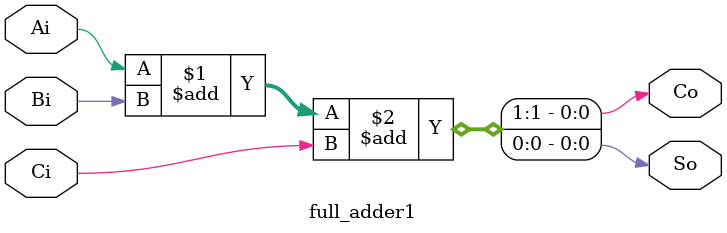
<source format=v>
`define ADDER_DESCRIPTION 1

module full_adder1(
        input   Ai, Bi, Ci,
        output  So, Co);

`ifdef ADDER_DESCRIPTION
        assign {Co, So} = Ai + Bi + Ci ;
`else
        assign So = Ai ^ Bi ^ Ci ;
        assign Co = (Ai & Bi) | (Ci & (Ai | Bi));
`endif


endmodule

</source>
